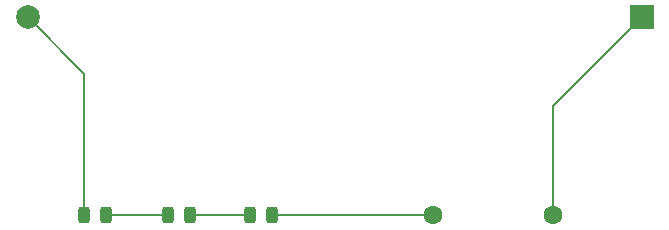
<source format=gbr>
%TF.GenerationSoftware,KiCad,Pcbnew,9.0.7*%
%TF.CreationDate,2026-01-31T11:02:18-05:00*%
%TF.ProjectId,uwnrg,75776e72-672e-46b6-9963-61645f706362,rev?*%
%TF.SameCoordinates,Original*%
%TF.FileFunction,Copper,L1,Top*%
%TF.FilePolarity,Positive*%
%FSLAX46Y46*%
G04 Gerber Fmt 4.6, Leading zero omitted, Abs format (unit mm)*
G04 Created by KiCad (PCBNEW 9.0.7) date 2026-01-31 11:02:18*
%MOMM*%
%LPD*%
G01*
G04 APERTURE LIST*
G04 Aperture macros list*
%AMRoundRect*
0 Rectangle with rounded corners*
0 $1 Rounding radius*
0 $2 $3 $4 $5 $6 $7 $8 $9 X,Y pos of 4 corners*
0 Add a 4 corners polygon primitive as box body*
4,1,4,$2,$3,$4,$5,$6,$7,$8,$9,$2,$3,0*
0 Add four circle primitives for the rounded corners*
1,1,$1+$1,$2,$3*
1,1,$1+$1,$4,$5*
1,1,$1+$1,$6,$7*
1,1,$1+$1,$8,$9*
0 Add four rect primitives between the rounded corners*
20,1,$1+$1,$2,$3,$4,$5,0*
20,1,$1+$1,$4,$5,$6,$7,0*
20,1,$1+$1,$6,$7,$8,$9,0*
20,1,$1+$1,$8,$9,$2,$3,0*%
G04 Aperture macros list end*
%TA.AperFunction,SMDPad,CuDef*%
%ADD10RoundRect,0.243750X-0.243750X-0.456250X0.243750X-0.456250X0.243750X0.456250X-0.243750X0.456250X0*%
%TD*%
%TA.AperFunction,ComponentPad*%
%ADD11C,1.600000*%
%TD*%
%TA.AperFunction,ComponentPad*%
%ADD12R,2.000000X2.000000*%
%TD*%
%TA.AperFunction,ComponentPad*%
%ADD13C,2.000000*%
%TD*%
%TA.AperFunction,Conductor*%
%ADD14C,0.200000*%
%TD*%
G04 APERTURE END LIST*
D10*
%TO.P,D2,2,A*%
%TO.N,Net-(D2-A)*%
X125000000Y-126500000D03*
%TO.P,D2,1,K*%
%TO.N,Net-(D1-A)*%
X123125000Y-126500000D03*
%TD*%
D11*
%TO.P,R1,1*%
%TO.N,Net-(D3-A)*%
X145500000Y-126500000D03*
%TO.P,R1,2*%
%TO.N,Net-(BT1-+)*%
X155660000Y-126500000D03*
%TD*%
D10*
%TO.P,D3,1,K*%
%TO.N,Net-(D2-A)*%
X130062500Y-126500000D03*
%TO.P,D3,2,A*%
%TO.N,Net-(D3-A)*%
X131937500Y-126500000D03*
%TD*%
%TO.P,D1,1,K*%
%TO.N,Net-(BT1--)*%
X116000000Y-126500000D03*
%TO.P,D1,2,A*%
%TO.N,Net-(D1-A)*%
X117875000Y-126500000D03*
%TD*%
D12*
%TO.P,BT1,1,+*%
%TO.N,Net-(BT1-+)*%
X163217500Y-109745000D03*
D13*
%TO.P,BT1,2,-*%
%TO.N,Net-(BT1--)*%
X111227500Y-109745000D03*
%TD*%
D14*
%TO.N,Net-(BT1--)*%
X116000000Y-126500000D02*
X116000000Y-114517500D01*
X116000000Y-114517500D02*
X111227500Y-109745000D01*
%TO.N,Net-(D1-A)*%
X123125000Y-126500000D02*
X117875000Y-126500000D01*
%TO.N,Net-(D2-A)*%
X130062500Y-126500000D02*
X125000000Y-126500000D01*
%TO.N,Net-(D3-A)*%
X145500000Y-126500000D02*
X131937500Y-126500000D01*
%TO.N,Net-(BT1-+)*%
X163217500Y-109745000D02*
X155660000Y-117302500D01*
X155660000Y-117302500D02*
X155660000Y-126500000D01*
%TD*%
M02*

</source>
